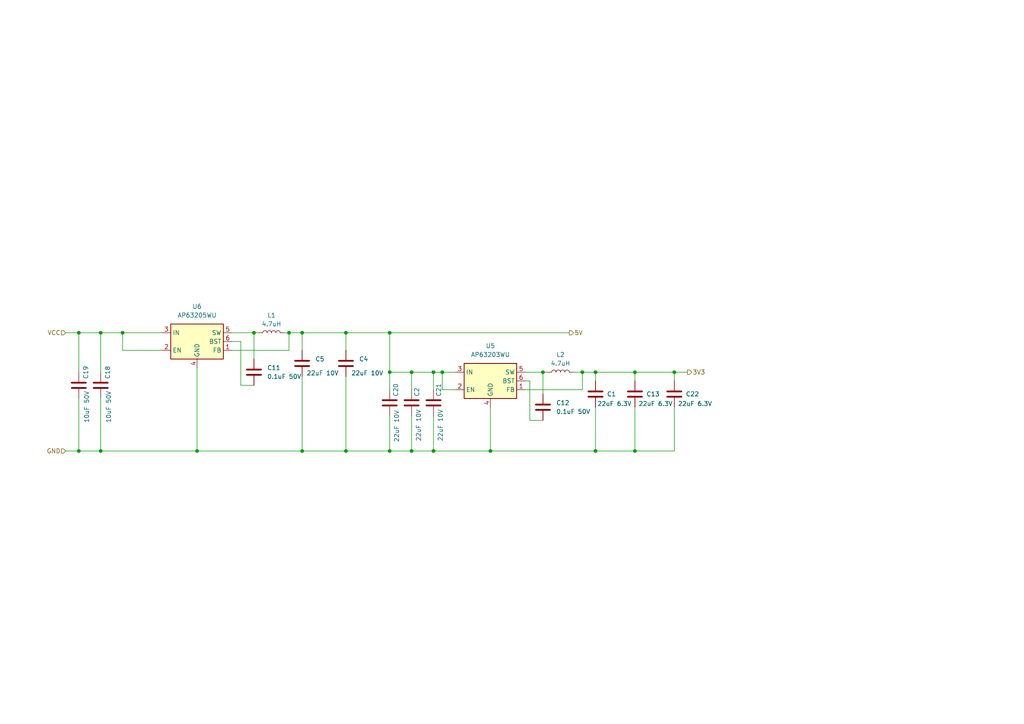
<source format=kicad_sch>
(kicad_sch (version 20231120) (generator "eeschema") (generator_version "8.0")
  (paper "A4")
  (lib_symbols
    (symbol "Device:C" (pin_numbers hide) (pin_names (offset 0.254))
      (property "Reference" "C" (at 0.635 2.54 0))
      (property "Value" "C" (at 0.635 -2.54 0))
      (symbol "C_0_1"
        (polyline (pts (xy -2.032 -0.762) (xy 2.032 -0.762)) (stroke (width 0.508)))
        (polyline (pts (xy -2.032 0.762) (xy 2.032 0.762)) (stroke (width 0.508)))
      )
      (symbol "C_1_1"
        (pin passive line (at 0 3.81 270) (length 2.794) (name "~") (number "1"))
        (pin passive line (at 0 -3.81 90) (length 2.794) (name "~") (number "2"))
      )
    )
    (symbol "Device:L" (pin_numbers hide) (pin_names (offset 1.016) hide)
      (property "Reference" "L" (at -1.27 0 90))
      (property "Value" "L" (at 1.905 0 90))
      (symbol "L_0_1"
        (arc (start 0 -2.54) (mid 0.6323 -1.905) (end 0 -1.27))
        (arc (start 0 -1.27) (mid 0.6323 -0.635) (end 0 0))
        (arc (start 0 0) (mid 0.6323 0.635) (end 0 1.27))
        (arc (start 0 1.27) (mid 0.6323 1.905) (end 0 2.54))
      )
      (symbol "L_1_1"
        (pin passive line (at 0 3.81 270) (length 1.27) (name "1") (number "1"))
        (pin passive line (at 0 -3.81 90) (length 1.27) (name "2") (number "2"))
      )
    )
    (symbol "Regulator_Switching:AP63203WU"
      (property "Reference" "U" (at -7.62 6.35 0))
      (property "Value" "AP63203WU" (at 2.54 6.35 0))
      (symbol "AP63203WU_0_1"
        (rectangle (start -7.62 5.08) (end 7.62 -5.08) (stroke (width 0.254)) (fill (type background)))
      )
      (symbol "AP63203WU_1_1"
        (pin input line (at 10.16 -2.54 180) (length 2.54) (name "FB") (number "1"))
        (pin input line (at -10.16 -2.54 0) (length 2.54) (name "EN") (number "2"))
        (pin power_in line (at -10.16 2.54 0) (length 2.54) (name "IN") (number "3"))
        (pin power_in line (at 0 -7.62 90) (length 2.54) (name "GND") (number "4"))
        (pin output line (at 10.16 2.54 180) (length 2.54) (name "SW") (number "5"))
        (pin passive line (at 10.16 0 180) (length 2.54) (name "BST") (number "6"))
      )
    )
    (symbol "Regulator_Switching:AP63205WU"
      (property "Reference" "U" (at -7.62 6.35 0))
      (property "Value" "AP63205WU" (at 2.54 6.35 0))
      (symbol "AP63205WU_0_1"
        (rectangle (start -7.62 5.08) (end 7.62 -5.08) (stroke (width 0.254)) (fill (type background)))
      )
      (symbol "AP63205WU_1_1"
        (pin input line (at 10.16 -2.54 180) (length 2.54) (name "FB") (number "1"))
        (pin input line (at -10.16 -2.54 0) (length 2.54) (name "EN") (number "2"))
        (pin power_in line (at -10.16 2.54 0) (length 2.54) (name "IN") (number "3"))
        (pin power_in line (at 0 -7.62 90) (length 2.54) (name "GND") (number "4"))
        (pin output line (at 10.16 2.54 180) (length 2.54) (name "SW") (number "5"))
        (pin passive line (at 10.16 0 180) (length 2.54) (name "BST") (number "6"))
      )
    )
  )
  (junction (at 22.86 96.52))
  (junction (at 29.21 130.81))
  (junction (at 113.03 96.52))
  (junction (at 157.48 107.95))
  (junction (at 87.63 130.81))
  (junction (at 100.33 130.81))
  (junction (at 172.72 107.95))
  (junction (at 57.15 130.81))
  (junction (at 125.73 130.81))
  (junction (at 119.38 107.95))
  (junction (at 22.86 130.81))
  (junction (at 128.27 107.95))
  (junction (at 119.38 130.81))
  (junction (at 73.66 96.52))
  (junction (at 184.15 107.95))
  (junction (at 113.03 107.95))
  (junction (at 142.24 130.81))
  (junction (at 100.33 96.52))
  (junction (at 29.21 96.52))
  (junction (at 172.72 130.81))
  (junction (at 195.58 107.95))
  (junction (at 87.63 96.52))
  (junction (at 113.03 130.81))
  (junction (at 125.73 107.95))
  (junction (at 83.82 96.52))
  (junction (at 168.91 107.95))
  (junction (at 35.56 96.52))
  (junction (at 184.15 130.81))
  (wire (pts (xy 195.58 107.95) (xy 199.39 107.95)))
  (wire (pts (xy 132.08 107.95) (xy 128.27 107.95)))
  (wire (pts (xy 87.63 130.81) (xy 100.33 130.81)))
  (wire (pts (xy 168.91 113.03) (xy 168.91 107.95)))
  (wire (pts (xy 69.85 111.76) (xy 73.66 111.76)))
  (wire (pts (xy 157.48 107.95) (xy 158.75 107.95)))
  (wire (pts (xy 152.4 110.49) (xy 153.67 110.49)))
  (wire (pts (xy 153.67 121.92) (xy 157.48 121.92)))
  (wire (pts (xy 142.24 118.11) (xy 142.24 130.81)))
  (wire (pts (xy 19.05 130.81) (xy 22.86 130.81)))
  (wire (pts (xy 67.31 96.52) (xy 73.66 96.52)))
  (wire (pts (xy 113.03 107.95) (xy 119.38 107.95)))
  (wire (pts (xy 172.72 110.49) (xy 172.72 107.95)))
  (wire (pts (xy 195.58 130.81) (xy 184.15 130.81)))
  (wire (pts (xy 82.55 96.52) (xy 83.82 96.52)))
  (wire (pts (xy 157.48 114.3) (xy 157.48 107.95)))
  (wire (pts (xy 184.15 107.95) (xy 195.58 107.95)))
  (wire (pts (xy 195.58 118.11) (xy 195.58 130.81)))
  (wire (pts (xy 29.21 96.52) (xy 29.21 107.95)))
  (wire (pts (xy 153.67 110.49) (xy 153.67 121.92)))
  (wire (pts (xy 152.4 113.03) (xy 168.91 113.03)))
  (wire (pts (xy 100.33 130.81) (xy 113.03 130.81)))
  (wire (pts (xy 87.63 96.52) (xy 100.33 96.52)))
  (wire (pts (xy 113.03 130.81) (xy 119.38 130.81)))
  (wire (pts (xy 184.15 107.95) (xy 184.15 110.49)))
  (wire (pts (xy 142.24 130.81) (xy 172.72 130.81)))
  (wire (pts (xy 128.27 107.95) (xy 128.27 113.03)))
  (wire (pts (xy 168.91 107.95) (xy 172.72 107.95)))
  (wire (pts (xy 128.27 113.03) (xy 132.08 113.03)))
  (wire (pts (xy 29.21 115.57) (xy 29.21 130.81)))
  (wire (pts (xy 113.03 120.65) (xy 113.03 130.81)))
  (wire (pts (xy 125.73 107.95) (xy 119.38 107.95)))
  (wire (pts (xy 119.38 120.65) (xy 119.38 130.81)))
  (wire (pts (xy 83.82 101.6) (xy 83.82 96.52)))
  (wire (pts (xy 35.56 96.52) (xy 46.99 96.52)))
  (wire (pts (xy 87.63 101.6) (xy 87.63 96.52)))
  (wire (pts (xy 152.4 107.95) (xy 157.48 107.95)))
  (wire (pts (xy 166.37 107.95) (xy 168.91 107.95)))
  (wire (pts (xy 22.86 115.57) (xy 22.86 130.81)))
  (wire (pts (xy 100.33 96.52) (xy 113.03 96.52)))
  (wire (pts (xy 113.03 107.95) (xy 113.03 96.52)))
  (wire (pts (xy 184.15 118.11) (xy 184.15 130.81)))
  (wire (pts (xy 100.33 96.52) (xy 100.33 101.6)))
  (wire (pts (xy 119.38 107.95) (xy 119.38 113.03)))
  (wire (pts (xy 57.15 130.81) (xy 87.63 130.81)))
  (wire (pts (xy 22.86 130.81) (xy 29.21 130.81)))
  (wire (pts (xy 184.15 130.81) (xy 172.72 130.81)))
  (wire (pts (xy 128.27 107.95) (xy 125.73 107.95)))
  (wire (pts (xy 35.56 96.52) (xy 35.56 101.6)))
  (wire (pts (xy 172.72 107.95) (xy 184.15 107.95)))
  (wire (pts (xy 57.15 106.68) (xy 57.15 130.81)))
  (wire (pts (xy 87.63 109.22) (xy 87.63 130.81)))
  (wire (pts (xy 29.21 96.52) (xy 35.56 96.52)))
  (wire (pts (xy 35.56 101.6) (xy 46.99 101.6)))
  (wire (pts (xy 83.82 96.52) (xy 87.63 96.52)))
  (wire (pts (xy 67.31 101.6) (xy 83.82 101.6)))
  (wire (pts (xy 29.21 130.81) (xy 57.15 130.81)))
  (wire (pts (xy 119.38 130.81) (xy 125.73 130.81)))
  (wire (pts (xy 69.85 111.76) (xy 69.85 99.06)))
  (wire (pts (xy 100.33 109.22) (xy 100.33 130.81)))
  (wire (pts (xy 125.73 120.65) (xy 125.73 130.81)))
  (wire (pts (xy 19.05 96.52) (xy 22.86 96.52)))
  (wire (pts (xy 125.73 107.95) (xy 125.73 113.03)))
  (wire (pts (xy 73.66 96.52) (xy 74.93 96.52)))
  (wire (pts (xy 113.03 96.52) (xy 165.1 96.52)))
  (wire (pts (xy 22.86 96.52) (xy 22.86 107.95)))
  (wire (pts (xy 172.72 118.11) (xy 172.72 130.81)))
  (wire (pts (xy 195.58 107.95) (xy 195.58 110.49)))
  (wire (pts (xy 113.03 107.95) (xy 113.03 113.03)))
  (wire (pts (xy 73.66 96.52) (xy 73.66 104.14)))
  (wire (pts (xy 67.31 99.06) (xy 69.85 99.06)))
  (wire (pts (xy 125.73 130.81) (xy 142.24 130.81)))
  (wire (pts (xy 22.86 96.52) (xy 29.21 96.52)))
  (hierarchical_label "5V" (shape output) (at 165.1 96.52 0))
  (hierarchical_label "3V3" (shape output) (at 199.39 107.95 0))
  (hierarchical_label "VCC" (shape input) (at 19.05 96.52 180))
  (hierarchical_label "GND" (shape input) (at 19.05 130.81 180))
  (symbol (lib_id "Device:C") (at 157.48 118.11 0) (unit 1)
    (property "Reference" "C12" (at 161.29 116.8399 0) (effects (justify left)))
    (property "Value" "0.1uF 50V" (at 161.29 119.3799 0) (effects (justify left)))
    (property "Footprint" "Capacitor_SMD:C_0603_1608Metric_Pad1.08x0.95mm_HandSolder" (effects (hide yes)))
    (property "Description" "Unpolarized capacitor" (effects (hide yes)))
    (property "ID" "CL10B104KB8NNNC" (effects (hide yes)))
    (property "V" "50V" (effects (hide yes)))
  )
  (symbol (lib_id "Device:C") (at 195.58 114.3 0) (unit 1)
    (property "Reference" "C22" (at 198.882 114.3 0) (effects (justify left)))
    (property "Value" "22uF 6.3V" (at 196.596 117.094 0) (effects (justify left)))
    (property "Footprint" "Capacitor_SMD:C_0805_2012Metric_Pad1.18x1.45mm_HandSolder" (effects (hide yes)))
    (property "Description" "Unpolarized capacitor" (effects (hide yes)))
    (property "ID" "CL21A226KQCLRNC" (effects (hide yes)))
    (property "V" "6.3" (effects (hide yes)))
  )
  (symbol (lib_id "Device:C") (at 87.63 105.41 0) (unit 1)
    (property "Reference" "C5" (at 91.44 104.1399 0) (effects (justify left)))
    (property "Value" "22uF 10V" (at 88.9 108.204 0) (effects (justify left)))
    (property "Footprint" "Capacitor_SMD:C_0603_1608Metric_Pad1.08x0.95mm_HandSolder" (effects (hide yes)))
    (property "Description" "Unpolarized capacitor" (effects (hide yes)))
    (property "ID" "CL10A226MP8NUNE" (effects (hide yes)))
    (property "V" "10V" (effects (hide yes)))
  )
  (symbol (lib_id "Device:C") (at 184.15 114.3 0) (unit 1)
    (property "Reference" "C13" (at 187.452 114.3 0) (effects (justify left)))
    (property "Value" "22uF 6.3V" (at 185.166 117.094 0) (effects (justify left)))
    (property "Footprint" "Capacitor_SMD:C_0805_2012Metric_Pad1.18x1.45mm_HandSolder" (effects (hide yes)))
    (property "Description" "Unpolarized capacitor" (effects (hide yes)))
    (property "ID" "CL21A226KQCLRNC" (effects (hide yes)))
    (property "V" "6.3" (effects (hide yes)))
  )
  (symbol (lib_id "Regulator_Switching:AP63205WU") (at 57.15 99.06 0) (unit 1)
    (property "Reference" "U6" (at 57.15 88.9 0))
    (property "Value" "AP63205WU" (at 57.15 91.44 0))
    (property "Footprint" "Package_TO_SOT_SMD:TSOT-23-6" (effects (hide yes)))
    (property "Datasheet" "https://www.diodes.com/assets/Datasheets/AP63200-AP63201-AP63203-AP63205.pdf" (effects (hide yes)))
    (property "Description" "2A, 1.1MHz Buck DC/DC Converter, fixed 5.0V output voltage, TSOT-23-6" (effects (hide yes)))
  )
  (symbol (lib_id "Device:C") (at 100.33 105.41 0) (unit 1)
    (property "Reference" "C4" (at 104.14 104.1399 0) (effects (justify left)))
    (property "Value" "22uF 10V" (at 101.854 108.204 0) (effects (justify left)))
    (property "Footprint" "Capacitor_SMD:C_0603_1608Metric_Pad1.08x0.95mm_HandSolder" (effects (hide yes)))
    (property "Description" "Unpolarized capacitor" (effects (hide yes)))
    (property "ID" "CL10A226MP8NUNE" (effects (hide yes)))
    (property "V" "10V" (effects (hide yes)))
  )
  (symbol (lib_id "Device:L") (at 78.74 96.52 90) (unit 1)
    (property "Reference" "L1" (at 78.74 91.44 90))
    (property "Value" "4.7uH" (at 78.74 93.98 90))
    (property "Footprint" "Inductor_SMD:L_1210_3225Metric" (effects (hide yes)))
    (property "Datasheet" "https://search.murata.co.jp/Ceramy/image/img/P02/J(E)TE243A-9104.pdf" (effects (hide yes)))
    (property "Description" "Inductor" (effects (hide yes)))
    (property "Digikey" "DFE322520FD-4R7M=P2" (effects (hide yes)))
  )
  (symbol (lib_id "Regulator_Switching:AP63203WU") (at 142.24 110.49 0) (unit 1)
    (property "Reference" "U5" (at 142.24 100.33 0))
    (property "Value" "AP63203WU" (at 142.24 102.87 0))
    (property "Footprint" "Package_TO_SOT_SMD:TSOT-23-6" (effects (hide yes)))
    (property "Datasheet" "https://www.diodes.com/assets/Datasheets/AP63200-AP63201-AP63203-AP63205.pdf" (effects (hide yes)))
    (property "Description" "2A, 1.1MHz Buck DC/DC Converter, fixed 3.3V output voltage, TSOT-23-6" (effects (hide yes)))
  )
  (symbol (lib_id "Device:C") (at 22.86 111.76 0) (unit 1)
    (property "Reference" "C19" (at 24.892 109.982 90) (effects (justify left)))
    (property "Value" "10uF 50V" (at 25.146 122.682 90) (effects (justify left)))
    (property "Footprint" "Capacitor_SMD:C_1206_3216Metric_Pad1.33x1.80mm_HandSolder" (effects (hide yes)))
    (property "Description" "Unpolarized capacitor" (effects (hide yes)))
    (property "ID" "CL31A106MBHNNNE" (effects (hide yes)))
    (property "V" "50V" (effects (hide yes)))
  )
  (symbol (lib_id "Device:C") (at 172.72 114.3 0) (unit 1)
    (property "Reference" "C1" (at 176.022 114.3 0) (effects (justify left)))
    (property "Value" "22uF 6.3V" (at 173.228 117.094 0) (effects (justify left)))
    (property "Footprint" "Capacitor_SMD:C_0805_2012Metric_Pad1.18x1.45mm_HandSolder" (effects (hide yes)))
    (property "Description" "Unpolarized capacitor" (effects (hide yes)))
    (property "ID" "CL21A226KQCLRNC" (effects (hide yes)))
    (property "V" "6.3" (effects (hide yes)))
  )
  (symbol (lib_id "Device:C") (at 29.21 111.76 0) (unit 1)
    (property "Reference" "C18" (at 31.242 109.982 90) (effects (justify left)))
    (property "Value" "10uF 50V" (at 31.496 122.682 90) (effects (justify left)))
    (property "Footprint" "Capacitor_SMD:C_1206_3216Metric_Pad1.33x1.80mm_HandSolder" (effects (hide yes)))
    (property "Description" "Unpolarized capacitor" (effects (hide yes)))
    (property "ID" "CL31A106MBHNNNE" (effects (hide yes)))
    (property "V" "50V" (effects (hide yes)))
  )
  (symbol (lib_id "Device:C") (at 113.03 116.84 0) (unit 1)
    (property "Reference" "C20" (at 114.808 115.062 90) (effects (justify left)))
    (property "Value" "22uF 10V" (at 115.062 128.27 90) (effects (justify left)))
    (property "Footprint" "Capacitor_SMD:C_0603_1608Metric_Pad1.08x0.95mm_HandSolder" (effects (hide yes)))
    (property "Description" "Unpolarized capacitor" (effects (hide yes)))
    (property "ID" "CL10A226MP8NUNE" (effects (hide yes)))
    (property "V" "10V" (effects (hide yes)))
  )
  (symbol (lib_id "Device:C") (at 125.73 116.84 0) (unit 1)
    (property "Reference" "C21" (at 127.254 115.062 90) (effects (justify left)))
    (property "Value" "22uF 10V" (at 127.762 128.016 90) (effects (justify left)))
    (property "Footprint" "Capacitor_SMD:C_0603_1608Metric_Pad1.08x0.95mm_HandSolder" (effects (hide yes)))
    (property "Description" "Unpolarized capacitor" (effects (hide yes)))
    (property "ID" "CL10A226MP8NUNE" (effects (hide yes)))
    (property "V" "10V" (effects (hide yes)))
  )
  (symbol (lib_id "Device:C") (at 119.38 116.84 0) (unit 1)
    (property "Reference" "C2" (at 120.904 115.062 90) (effects (justify left)))
    (property "Value" "22uF 10V" (at 121.412 128.016 90) (effects (justify left)))
    (property "Footprint" "Capacitor_SMD:C_0603_1608Metric_Pad1.08x0.95mm_HandSolder" (effects (hide yes)))
    (property "Description" "Unpolarized capacitor" (effects (hide yes)))
    (property "ID" "CL10A226MP8NUNE" (effects (hide yes)))
    (property "V" "10V" (effects (hide yes)))
  )
  (symbol (lib_id "Device:L") (at 162.56 107.95 90) (unit 1)
    (property "Reference" "L2" (at 162.56 102.87 90))
    (property "Value" "4.7uH" (at 162.56 105.41 90))
    (property "Footprint" "Inductor_SMD:L_1210_3225Metric" (effects (hide yes)))
    (property "Datasheet" "https://search.murata.co.jp/Ceramy/image/img/P02/J(E)TE243A-9104.pdf" (effects (hide yes)))
    (property "Description" "Inductor" (effects (hide yes)))
    (property "Digikey" "DFE322520FD-4R7M=P2" (effects (hide yes)))
  )
  (symbol (lib_id "Device:C") (at 73.66 107.95 0) (unit 1)
    (property "Reference" "C11" (at 77.47 106.6799 0) (effects (justify left)))
    (property "Value" "0.1uF 50V" (at 77.47 109.2199 0) (effects (justify left)))
    (property "Footprint" "Capacitor_SMD:C_0603_1608Metric_Pad1.08x0.95mm_HandSolder" (effects (hide yes)))
    (property "Description" "Unpolarized capacitor" (effects (hide yes)))
    (property "ID" "CL10B104KB8NNNC" (effects (hide yes)))
    (property "V" "50V" (effects (hide yes)))
  )
)
</source>
